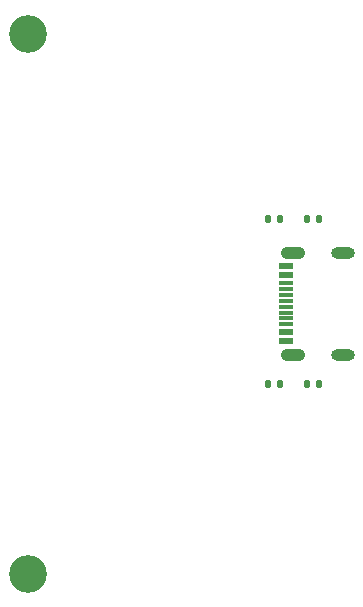
<source format=gbr>
%TF.GenerationSoftware,KiCad,Pcbnew,(6.0.4)*%
%TF.CreationDate,2022-07-19T15:20:19-07:00*%
%TF.ProjectId,Ring Side,52696e67-2053-4696-9465-2e6b69636164,rev?*%
%TF.SameCoordinates,Original*%
%TF.FileFunction,Soldermask,Top*%
%TF.FilePolarity,Negative*%
%FSLAX46Y46*%
G04 Gerber Fmt 4.6, Leading zero omitted, Abs format (unit mm)*
G04 Created by KiCad (PCBNEW (6.0.4)) date 2022-07-19 15:20:19*
%MOMM*%
%LPD*%
G01*
G04 APERTURE LIST*
G04 Aperture macros list*
%AMRoundRect*
0 Rectangle with rounded corners*
0 $1 Rounding radius*
0 $2 $3 $4 $5 $6 $7 $8 $9 X,Y pos of 4 corners*
0 Add a 4 corners polygon primitive as box body*
4,1,4,$2,$3,$4,$5,$6,$7,$8,$9,$2,$3,0*
0 Add four circle primitives for the rounded corners*
1,1,$1+$1,$2,$3*
1,1,$1+$1,$4,$5*
1,1,$1+$1,$6,$7*
1,1,$1+$1,$8,$9*
0 Add four rect primitives between the rounded corners*
20,1,$1+$1,$2,$3,$4,$5,0*
20,1,$1+$1,$4,$5,$6,$7,0*
20,1,$1+$1,$6,$7,$8,$9,0*
20,1,$1+$1,$8,$9,$2,$3,0*%
G04 Aperture macros list end*
%ADD10RoundRect,0.135000X-0.135000X-0.185000X0.135000X-0.185000X0.135000X0.185000X-0.135000X0.185000X0*%
%ADD11C,3.200000*%
%ADD12R,1.150000X0.600000*%
%ADD13R,1.150000X0.300000*%
%ADD14O,2.100000X1.050000*%
%ADD15O,2.000000X1.000000*%
G04 APERTURE END LIST*
D10*
%TO.C,R2*%
X170940000Y-98245000D03*
X171960000Y-98245000D03*
%TD*%
%TO.C,R1*%
X167640000Y-84275000D03*
X168660000Y-84275000D03*
%TD*%
%TO.C,R4*%
X170940000Y-84275000D03*
X171960000Y-84275000D03*
%TD*%
D11*
%TO.C,REF\u002A\u002A*%
X147320000Y-68580000D03*
%TD*%
%TO.C,REF\u002A\u002A*%
X147320000Y-114300000D03*
%TD*%
D12*
%TO.C,J1*%
X169235000Y-94640000D03*
X169235000Y-93840000D03*
D13*
X169235000Y-92690000D03*
X169235000Y-91690000D03*
X169235000Y-91190000D03*
X169235000Y-90190000D03*
D12*
X169235000Y-88240000D03*
X169235000Y-89040000D03*
D13*
X169235000Y-89690000D03*
X169235000Y-90690000D03*
X169235000Y-92190000D03*
X169235000Y-93190000D03*
D14*
X169810000Y-95760000D03*
D15*
X173990000Y-95760000D03*
X173990000Y-87120000D03*
D14*
X169810000Y-87120000D03*
%TD*%
D10*
%TO.C,R3*%
X167640000Y-98245000D03*
X168660000Y-98245000D03*
%TD*%
M02*

</source>
